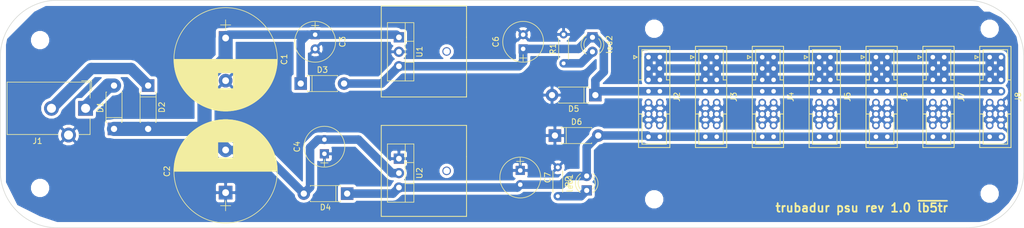
<source format=kicad_pcb>
(kicad_pcb (version 4) (host pcbnew 4.0.7-e2-6376~61~ubuntu18.04.1)
  (layers (0 F.Cu signal) (31 B.Cu signal) (34 B.Paste user) (35 F.Paste user) (36 B.SilkS user) (37 F.SilkS user) (38 B.Mask user) (39 F.Mask user) (44 Edge.Cuts user))
  (net 0 "")
  (net 1 +12L)
  (net 2 GND)
  (net 3 +12P)
  (net 4 +12C)
  (net 5 "Net-(D1-Pad2)")
  (net 6 "Net-(D2-Pad1)")
  (net 7 "Net-(J2-Pad1)")
  (net 8 "Net-(R2-Pad2)")
  (net 9 "Net-(R1-Pad1)")
  (module custom_trubadur:heatsink-bounding-box (layer F.Cu) (at 112 87.5 90)
    (fp_text reference REF** hide)
    (fp_text value heatsink-bounding-box hide)
    (pad 1 thru_hole circle (at -2.5 -3.5 90) (size 1.5 1.5) (drill 1.12) (layers *.Cu *.Mask))
  )
  (module Mounting_Holes:MountingHole_2.2mm_M2 (layer F.Cu) (at 145 95)
    (fp_text reference "" hide)
    (fp_text value MountingHole_2.2mm_M2 hide)
    (pad 1 np_thru_hole circle (at 0 0) (size 2.2 2.2) (drill 2.2) (layers *.Cu *.Mask))
  )
  (module Mounting_Holes:MountingHole_2.2mm_M2 (layer F.Cu) (at 145 95)
    (fp_text reference REF** hide)
    (fp_text value MountingHole_2.2mm_M2 hide)
    (pad 1 np_thru_hole circle (at 0 0) (size 2.2 2.2) (drill 2.2) (layers *.Cu *.Mask))
  )
  (module Mounting_Holes:MountingHole_2.2mm_M2 (layer F.Cu) (at 204 94)
    (fp_text reference REF** hide)
    (fp_text value MountingHole_2.2mm_M2 hide)
    (pad 1 np_thru_hole circle (at 0 0) (size 2.2 2.2) (drill 2.2) (layers *.Cu *.Mask))
  )
  (module Mounting_Holes:MountingHole_2.2mm_M2 (layer F.Cu) (at 204 65)
    (fp_text reference REF** hide)
    (fp_text value MountingHole_2.2mm_M2 hide)
    (pad 1 np_thru_hole circle (at 0 0) (size 2.2 2.2) (drill 2.2) (layers *.Cu *.Mask))
  )
  (module Mounting_Holes:MountingHole_2.2mm_M2 (layer F.Cu) (at 145 65)
    (fp_text reference REF** hide)
    (fp_text value MountingHole_2.2mm_M2)
    (pad 1 np_thru_hole circle (at 0 0) (size 2.2 2.2) (drill 2.2) (layers *.Cu *.Mask))
  )
  (module Mounting_Holes:MountingHole_2.2mm_M2 (layer F.Cu) (at 37 67)
    (fp_text reference REF** hide)
    (fp_text value MountingHole_2.2mm_M2 hide)
    (pad 1 np_thru_hole circle (at 0 0) (size 2.2 2.2) (drill 2.2) (layers *.Cu *.Mask))
  )
  (module Mounting_Holes:MountingHole_2.2mm_M2 (layer F.Cu) (at 37 93)
    (fp_text reference REF** hide)
    (fp_text value MountingHole_2.2mm_M2 hide)
    (pad 1 np_thru_hole circle (at 0 0) (size 2.2 2.2) (drill 2.2) (layers *.Cu *.Mask))
  )
  (module Capacitors_THT:CP_Radial_D18.0mm_P7.50mm (layer F.Cu) (at 69.628 66.636 270)
    (fp_text reference C1 (at 3.75 -10.31 270) (layer F.SilkS))
    (fp_text value 4700u/75V)
    (pad 1 thru_hole rect (at 0 0 270) (size 2.4 2.4) (drill 1.2) (layers *.Cu *.Mask) (net 1 +12L))
    (pad 2 thru_hole circle (at 7.5 0 270) (size 2.4 2.4) (drill 1.2) (layers *.Cu *.Mask) (net 2 GND))
  )
  (module Capacitors_THT:CP_Radial_D18.0mm_P7.50mm (layer F.Cu) (at 69.628 93.828 90)
    (fp_text reference C2 (at 3.75 -10.31 90) (layer F.SilkS))
    (fp_text value 4700u/75V)
    (pad 1 thru_hole rect (at 0 0 90) (size 2.4 2.4) (drill 1.2) (layers *.Cu *.Mask) (net 2 GND))
    (pad 2 thru_hole circle (at 7.5 0 90) (size 2.4 2.4) (drill 1.2) (layers *.Cu *.Mask) (net 1 +12L))
  )
  (module Capacitors_THT:CP_Radial_Tantal_D7.0mm_P2.50mm (layer F.Cu) (at 85.376 66.048 270)
    (fp_text reference C3 (at 1.25 -4.81 270) (layer F.SilkS))
    (fp_text value "1u TAN")
    (pad 1 thru_hole rect (at 0 0 270) (size 1.6 1.6) (drill 0.8) (layers *.Cu *.Mask) (net 1 +12L))
    (pad 2 thru_hole circle (at 2.5 0 270) (size 1.6 1.6) (drill 0.8) (layers *.Cu *.Mask) (net 2 GND))
  )
  (module Capacitors_THT:CP_Radial_Tantal_D7.0mm_P2.50mm (layer F.Cu) (at 87 87 90)
    (fp_text reference C4 (at 1.25 -4.81 90) (layer F.SilkS))
    (fp_text value "1u TAN")
    (pad 1 thru_hole rect (at 0 0 90) (size 1.6 1.6) (drill 0.8) (layers *.Cu *.Mask) (net 2 GND))
    (pad 2 thru_hole circle (at 2.5 0 90) (size 1.6 1.6) (drill 0.8) (layers *.Cu *.Mask) (net 1 +12L))
  )
  (module Capacitors_THT:CP_Radial_Tantal_D7.0mm_P2.50mm (layer F.Cu) (at 121.952 68.548 90)
    (fp_text reference C6 (at 1.25 -4.81 90) (layer F.SilkS))
    (fp_text value "1u TAN")
    (pad 1 thru_hole rect (at 0 0 90) (size 1.6 1.6) (drill 0.8) (layers *.Cu *.Mask) (net 3 +12P))
    (pad 2 thru_hole circle (at 2.5 0 90) (size 1.6 1.6) (drill 0.8) (layers *.Cu *.Mask) (net 2 GND))
  )
  (module Capacitors_THT:CP_Radial_Tantal_D7.0mm_P2.50mm (layer F.Cu) (at 121.444 89.924 270)
    (fp_text reference C7 (at 1.25 -4.81 270) (layer F.SilkS))
    (fp_text value "1u TAN")
    (pad 1 thru_hole rect (at 0 0 270) (size 1.6 1.6) (drill 0.8) (layers *.Cu *.Mask) (net 2 GND))
    (pad 2 thru_hole circle (at 2.5 0 270) (size 1.6 1.6) (drill 0.8) (layers *.Cu *.Mask) (net 4 +12C))
  )
  (module Diodes_THT:D_DO-41_SOD81_P7.62mm_Horizontal (layer F.Cu) (at 50 82.62 90)
    (fp_text reference D1 (at 3.81 -2.41 90) (layer F.SilkS))
    (fp_text value D)
    (pad 1 thru_hole rect (at 0 0 90) (size 2.2 2.2) (drill 1.1) (layers *.Cu *.Mask) (net 1 +12L))
    (pad 2 thru_hole oval (at 7.62 0 90) (size 2.2 2.2) (drill 1.1) (layers *.Cu *.Mask) (net 5 "Net-(D1-Pad2)"))
  )
  (module Diodes_THT:D_DO-41_SOD81_P7.62mm_Horizontal (layer F.Cu) (at 56 75 270)
    (fp_text reference D2 (at 3.81 -2.41 270) (layer F.SilkS))
    (fp_text value D)
    (pad 1 thru_hole rect (at 0 0 270) (size 2.2 2.2) (drill 1.1) (layers *.Cu *.Mask) (net 6 "Net-(D2-Pad1)"))
    (pad 2 thru_hole oval (at 7.62 0 270) (size 2.2 2.2) (drill 1.1) (layers *.Cu *.Mask) (net 1 +12L))
  )
  (module Diodes_THT:D_DO-41_SOD81_P7.62mm_Horizontal (layer F.Cu) (at 82.836 74.644)
    (fp_text reference D3 (at 3.81 -2.41) (layer F.SilkS))
    (fp_text value D)
    (pad 1 thru_hole rect (at 0 0) (size 2.2 2.2) (drill 1.1) (layers *.Cu *.Mask) (net 1 +12L))
    (pad 2 thru_hole oval (at 7.62 0) (size 2.2 2.2) (drill 1.1) (layers *.Cu *.Mask) (net 3 +12P))
  )
  (module Diodes_THT:D_DO-41_SOD81_P7.62mm_Horizontal (layer F.Cu) (at 91 94 180)
    (fp_text reference D4 (at 3.81 -2.41 180) (layer F.SilkS))
    (fp_text value D)
    (pad 1 thru_hole rect (at 0 0 180) (size 2.2 2.2) (drill 1.1) (layers *.Cu *.Mask) (net 4 +12C))
    (pad 2 thru_hole oval (at 7.62 0 180) (size 2.2 2.2) (drill 1.1) (layers *.Cu *.Mask) (net 1 +12L))
  )
  (module Diodes_THT:D_DO-41_SOD81_P7.62mm_Horizontal (layer F.Cu) (at 134.652 76.676 180)
    (fp_text reference D5 (at 3.81 -2.41 180) (layer F.SilkS))
    (fp_text value D)
    (pad 1 thru_hole rect (at 0 0 180) (size 2.2 2.2) (drill 1.1) (layers *.Cu *.Mask) (net 3 +12P))
    (pad 2 thru_hole oval (at 7.62 0 180) (size 2.2 2.2) (drill 1.1) (layers *.Cu *.Mask) (net 2 GND))
  )
  (module Diodes_THT:D_DO-41_SOD81_P7.62mm_Horizontal (layer F.Cu) (at 127.54 83.788)
    (fp_text reference D6 (at 3.81 -2.41) (layer F.SilkS))
    (fp_text value D)
    (pad 1 thru_hole rect (at 0 0) (size 2.2 2.2) (drill 1.1) (layers *.Cu *.Mask) (net 2 GND))
    (pad 2 thru_hole oval (at 7.62 0) (size 2.2 2.2) (drill 1.1) (layers *.Cu *.Mask) (net 4 +12C))
  )
  (module Connectors:Barrel_Jack_CUI_PJ-102AH (layer F.Cu) (at 45 79 270)
    (fp_text reference J1 (at 5.75 8.45 360) (layer F.SilkS))
    (fp_text value Jack-DC)
    (pad 1 thru_hole rect (at 0 0 270) (size 2.6 2.6) (drill 1.6) (layers *.Cu *.Mask) (net 5 "Net-(D1-Pad2)"))
    (pad 2 thru_hole circle (at 0 6 270) (size 2.6 2.6) (drill 1.6) (layers *.Cu *.Mask) (net 6 "Net-(D2-Pad1)"))
    (pad 3 thru_hole circle (at 4.7 3 270) (size 2.6 2.6) (drill 1.6) (layers *.Cu *.Mask) (net 2 GND))
  )
  (module custom_trubadur:JAE_LY20-16P-2T_2x08x2.00mm_Straight_V2 (layer F.Cu) (at 144 70 270)
    (fp_text reference J2 (at 7 -5 270) (layer F.SilkS))
    (fp_text value Conn_02x08_Odd_Even)
    (pad 1 thru_hole rect (at 0 0 270) (size 1.35 1.35) (drill 0.8) (layers *.Cu *.Mask) (net 7 "Net-(J2-Pad1)"))
    (pad 2 thru_hole circle (at 0 -2 270) (size 1.35 1.35) (drill 0.8) (layers *.Cu *.Mask) (net 7 "Net-(J2-Pad1)"))
    (pad 3 thru_hole circle (at 2 0 270) (size 1.35 1.35) (drill 0.8) (layers *.Cu *.Mask) (net 7 "Net-(J2-Pad1)"))
    (pad 4 thru_hole circle (at 2 -2 270) (size 1.35 1.35) (drill 0.8) (layers *.Cu *.Mask) (net 7 "Net-(J2-Pad1)"))
    (pad 5 thru_hole circle (at 4 0 270) (size 1.35 1.35) (drill 0.8) (layers *.Cu *.Mask) (net 7 "Net-(J2-Pad1)"))
    (pad 6 thru_hole circle (at 4 -2 270) (size 1.35 1.35) (drill 0.8) (layers *.Cu *.Mask) (net 7 "Net-(J2-Pad1)"))
    (pad 7 thru_hole circle (at 6 0 270) (size 1.35 1.35) (drill 0.8) (layers *.Cu *.Mask) (net 3 +12P))
    (pad 8 thru_hole circle (at 6 -2 270) (size 1.35 1.35) (drill 0.8) (layers *.Cu *.Mask) (net 3 +12P))
    (pad 9 thru_hole circle (at 8 0 270) (size 1.35 1.35) (drill 0.8) (layers *.Cu *.Mask) (net 2 GND))
    (pad 10 thru_hole circle (at 8 -2 270) (size 1.35 1.35) (drill 0.8) (layers *.Cu *.Mask) (net 2 GND))
    (pad 11 thru_hole circle (at 10 0 270) (size 1.35 1.35) (drill 0.8) (layers *.Cu *.Mask) (net 2 GND))
    (pad 12 thru_hole circle (at 10 -2 270) (size 1.35 1.35) (drill 0.8) (layers *.Cu *.Mask) (net 2 GND))
    (pad 13 thru_hole circle (at 12 0 270) (size 1.35 1.35) (drill 0.8) (layers *.Cu *.Mask) (net 2 GND))
    (pad 14 thru_hole circle (at 12 -2 270) (size 1.35 1.35) (drill 0.8) (layers *.Cu *.Mask) (net 2 GND))
    (pad 15 thru_hole circle (at 14 0 270) (size 1.35 1.35) (drill 0.8) (layers *.Cu *.Mask) (net 4 +12C))
    (pad 16 thru_hole circle (at 14 -2 270) (size 1.35 1.35) (drill 0.8) (layers *.Cu *.Mask) (net 4 +12C))
  )
  (module custom_trubadur:JAE_LY20-16P-2T_2x08x2.00mm_Straight_V2 (layer F.Cu) (at 154 70 270)
    (fp_text reference J3 (at 7 -5 270) (layer F.SilkS))
    (fp_text value Conn_02x08_Odd_Even)
    (pad 1 thru_hole rect (at 0 0 270) (size 1.35 1.35) (drill 0.8) (layers *.Cu *.Mask) (net 7 "Net-(J2-Pad1)"))
    (pad 2 thru_hole circle (at 0 -2 270) (size 1.35 1.35) (drill 0.8) (layers *.Cu *.Mask) (net 7 "Net-(J2-Pad1)"))
    (pad 3 thru_hole circle (at 2 0 270) (size 1.35 1.35) (drill 0.8) (layers *.Cu *.Mask) (net 7 "Net-(J2-Pad1)"))
    (pad 4 thru_hole circle (at 2 -2 270) (size 1.35 1.35) (drill 0.8) (layers *.Cu *.Mask) (net 7 "Net-(J2-Pad1)"))
    (pad 5 thru_hole circle (at 4 0 270) (size 1.35 1.35) (drill 0.8) (layers *.Cu *.Mask) (net 7 "Net-(J2-Pad1)"))
    (pad 6 thru_hole circle (at 4 -2 270) (size 1.35 1.35) (drill 0.8) (layers *.Cu *.Mask) (net 7 "Net-(J2-Pad1)"))
    (pad 7 thru_hole circle (at 6 0 270) (size 1.35 1.35) (drill 0.8) (layers *.Cu *.Mask) (net 3 +12P))
    (pad 8 thru_hole circle (at 6 -2 270) (size 1.35 1.35) (drill 0.8) (layers *.Cu *.Mask) (net 3 +12P))
    (pad 9 thru_hole circle (at 8 0 270) (size 1.35 1.35) (drill 0.8) (layers *.Cu *.Mask) (net 2 GND))
    (pad 10 thru_hole circle (at 8 -2 270) (size 1.35 1.35) (drill 0.8) (layers *.Cu *.Mask) (net 2 GND))
    (pad 11 thru_hole circle (at 10 0 270) (size 1.35 1.35) (drill 0.8) (layers *.Cu *.Mask) (net 2 GND))
    (pad 12 thru_hole circle (at 10 -2 270) (size 1.35 1.35) (drill 0.8) (layers *.Cu *.Mask) (net 2 GND))
    (pad 13 thru_hole circle (at 12 0 270) (size 1.35 1.35) (drill 0.8) (layers *.Cu *.Mask) (net 2 GND))
    (pad 14 thru_hole circle (at 12 -2 270) (size 1.35 1.35) (drill 0.8) (layers *.Cu *.Mask) (net 2 GND))
    (pad 15 thru_hole circle (at 14 0 270) (size 1.35 1.35) (drill 0.8) (layers *.Cu *.Mask) (net 4 +12C))
    (pad 16 thru_hole circle (at 14 -2 270) (size 1.35 1.35) (drill 0.8) (layers *.Cu *.Mask) (net 4 +12C))
  )
  (module custom_trubadur:JAE_LY20-16P-2T_2x08x2.00mm_Straight_V2 (layer F.Cu) (at 164 70 270)
    (fp_text reference J4 (at 7 -5 270) (layer F.SilkS))
    (fp_text value Conn_02x08_Odd_Even)
    (pad 1 thru_hole rect (at 0 0 270) (size 1.35 1.35) (drill 0.8) (layers *.Cu *.Mask) (net 7 "Net-(J2-Pad1)"))
    (pad 2 thru_hole circle (at 0 -2 270) (size 1.35 1.35) (drill 0.8) (layers *.Cu *.Mask) (net 7 "Net-(J2-Pad1)"))
    (pad 3 thru_hole circle (at 2 0 270) (size 1.35 1.35) (drill 0.8) (layers *.Cu *.Mask) (net 7 "Net-(J2-Pad1)"))
    (pad 4 thru_hole circle (at 2 -2 270) (size 1.35 1.35) (drill 0.8) (layers *.Cu *.Mask) (net 7 "Net-(J2-Pad1)"))
    (pad 5 thru_hole circle (at 4 0 270) (size 1.35 1.35) (drill 0.8) (layers *.Cu *.Mask) (net 7 "Net-(J2-Pad1)"))
    (pad 6 thru_hole circle (at 4 -2 270) (size 1.35 1.35) (drill 0.8) (layers *.Cu *.Mask) (net 7 "Net-(J2-Pad1)"))
    (pad 7 thru_hole circle (at 6 0 270) (size 1.35 1.35) (drill 0.8) (layers *.Cu *.Mask) (net 3 +12P))
    (pad 8 thru_hole circle (at 6 -2 270) (size 1.35 1.35) (drill 0.8) (layers *.Cu *.Mask) (net 3 +12P))
    (pad 9 thru_hole circle (at 8 0 270) (size 1.35 1.35) (drill 0.8) (layers *.Cu *.Mask) (net 2 GND))
    (pad 10 thru_hole circle (at 8 -2 270) (size 1.35 1.35) (drill 0.8) (layers *.Cu *.Mask) (net 2 GND))
    (pad 11 thru_hole circle (at 10 0 270) (size 1.35 1.35) (drill 0.8) (layers *.Cu *.Mask) (net 2 GND))
    (pad 12 thru_hole circle (at 10 -2 270) (size 1.35 1.35) (drill 0.8) (layers *.Cu *.Mask) (net 2 GND))
    (pad 13 thru_hole circle (at 12 0 270) (size 1.35 1.35) (drill 0.8) (layers *.Cu *.Mask) (net 2 GND))
    (pad 14 thru_hole circle (at 12 -2 270) (size 1.35 1.35) (drill 0.8) (layers *.Cu *.Mask) (net 2 GND))
    (pad 15 thru_hole circle (at 14 0 270) (size 1.35 1.35) (drill 0.8) (layers *.Cu *.Mask) (net 4 +12C))
    (pad 16 thru_hole circle (at 14 -2 270) (size 1.35 1.35) (drill 0.8) (layers *.Cu *.Mask) (net 4 +12C))
  )
  (module custom_trubadur:JAE_LY20-16P-2T_2x08x2.00mm_Straight_V2 (layer F.Cu) (at 174 70 270)
    (fp_text reference J5 (at 7 -5 270) (layer F.SilkS))
    (fp_text value Conn_02x08_Odd_Even)
    (pad 1 thru_hole rect (at 0 0 270) (size 1.35 1.35) (drill 0.8) (layers *.Cu *.Mask) (net 7 "Net-(J2-Pad1)"))
    (pad 2 thru_hole circle (at 0 -2 270) (size 1.35 1.35) (drill 0.8) (layers *.Cu *.Mask) (net 7 "Net-(J2-Pad1)"))
    (pad 3 thru_hole circle (at 2 0 270) (size 1.35 1.35) (drill 0.8) (layers *.Cu *.Mask) (net 7 "Net-(J2-Pad1)"))
    (pad 4 thru_hole circle (at 2 -2 270) (size 1.35 1.35) (drill 0.8) (layers *.Cu *.Mask) (net 7 "Net-(J2-Pad1)"))
    (pad 5 thru_hole circle (at 4 0 270) (size 1.35 1.35) (drill 0.8) (layers *.Cu *.Mask) (net 7 "Net-(J2-Pad1)"))
    (pad 6 thru_hole circle (at 4 -2 270) (size 1.35 1.35) (drill 0.8) (layers *.Cu *.Mask) (net 7 "Net-(J2-Pad1)"))
    (pad 7 thru_hole circle (at 6 0 270) (size 1.35 1.35) (drill 0.8) (layers *.Cu *.Mask) (net 3 +12P))
    (pad 8 thru_hole circle (at 6 -2 270) (size 1.35 1.35) (drill 0.8) (layers *.Cu *.Mask) (net 3 +12P))
    (pad 9 thru_hole circle (at 8 0 270) (size 1.35 1.35) (drill 0.8) (layers *.Cu *.Mask) (net 2 GND))
    (pad 10 thru_hole circle (at 8 -2 270) (size 1.35 1.35) (drill 0.8) (layers *.Cu *.Mask) (net 2 GND))
    (pad 11 thru_hole circle (at 10 0 270) (size 1.35 1.35) (drill 0.8) (layers *.Cu *.Mask) (net 2 GND))
    (pad 12 thru_hole circle (at 10 -2 270) (size 1.35 1.35) (drill 0.8) (layers *.Cu *.Mask) (net 2 GND))
    (pad 13 thru_hole circle (at 12 0 270) (size 1.35 1.35) (drill 0.8) (layers *.Cu *.Mask) (net 2 GND))
    (pad 14 thru_hole circle (at 12 -2 270) (size 1.35 1.35) (drill 0.8) (layers *.Cu *.Mask) (net 2 GND))
    (pad 15 thru_hole circle (at 14 0 270) (size 1.35 1.35) (drill 0.8) (layers *.Cu *.Mask) (net 4 +12C))
    (pad 16 thru_hole circle (at 14 -2 270) (size 1.35 1.35) (drill 0.8) (layers *.Cu *.Mask) (net 4 +12C))
  )
  (module custom_trubadur:JAE_LY20-16P-2T_2x08x2.00mm_Straight_V2 (layer F.Cu) (at 184 70 270)
    (fp_text reference J6 (at 7 -5 270) (layer F.SilkS))
    (fp_text value Conn_02x08_Odd_Even)
    (pad 1 thru_hole rect (at 0 0 270) (size 1.35 1.35) (drill 0.8) (layers *.Cu *.Mask) (net 7 "Net-(J2-Pad1)"))
    (pad 2 thru_hole circle (at 0 -2 270) (size 1.35 1.35) (drill 0.8) (layers *.Cu *.Mask) (net 7 "Net-(J2-Pad1)"))
    (pad 3 thru_hole circle (at 2 0 270) (size 1.35 1.35) (drill 0.8) (layers *.Cu *.Mask) (net 7 "Net-(J2-Pad1)"))
    (pad 4 thru_hole circle (at 2 -2 270) (size 1.35 1.35) (drill 0.8) (layers *.Cu *.Mask) (net 7 "Net-(J2-Pad1)"))
    (pad 5 thru_hole circle (at 4 0 270) (size 1.35 1.35) (drill 0.8) (layers *.Cu *.Mask) (net 7 "Net-(J2-Pad1)"))
    (pad 6 thru_hole circle (at 4 -2 270) (size 1.35 1.35) (drill 0.8) (layers *.Cu *.Mask) (net 7 "Net-(J2-Pad1)"))
    (pad 7 thru_hole circle (at 6 0 270) (size 1.35 1.35) (drill 0.8) (layers *.Cu *.Mask) (net 3 +12P))
    (pad 8 thru_hole circle (at 6 -2 270) (size 1.35 1.35) (drill 0.8) (layers *.Cu *.Mask) (net 3 +12P))
    (pad 9 thru_hole circle (at 8 0 270) (size 1.35 1.35) (drill 0.8) (layers *.Cu *.Mask) (net 2 GND))
    (pad 10 thru_hole circle (at 8 -2 270) (size 1.35 1.35) (drill 0.8) (layers *.Cu *.Mask) (net 2 GND))
    (pad 11 thru_hole circle (at 10 0 270) (size 1.35 1.35) (drill 0.8) (layers *.Cu *.Mask) (net 2 GND))
    (pad 12 thru_hole circle (at 10 -2 270) (size 1.35 1.35) (drill 0.8) (layers *.Cu *.Mask) (net 2 GND))
    (pad 13 thru_hole circle (at 12 0 270) (size 1.35 1.35) (drill 0.8) (layers *.Cu *.Mask) (net 2 GND))
    (pad 14 thru_hole circle (at 12 -2 270) (size 1.35 1.35) (drill 0.8) (layers *.Cu *.Mask) (net 2 GND))
    (pad 15 thru_hole circle (at 14 0 270) (size 1.35 1.35) (drill 0.8) (layers *.Cu *.Mask) (net 4 +12C))
    (pad 16 thru_hole circle (at 14 -2 270) (size 1.35 1.35) (drill 0.8) (layers *.Cu *.Mask) (net 4 +12C))
  )
  (module custom_trubadur:JAE_LY20-16P-2T_2x08x2.00mm_Straight_V2 (layer F.Cu) (at 194 70 270)
    (fp_text reference J7 (at 7 -5 270) (layer F.SilkS))
    (fp_text value Conn_02x08_Odd_Even)
    (pad 1 thru_hole rect (at 0 0 270) (size 1.35 1.35) (drill 0.8) (layers *.Cu *.Mask) (net 7 "Net-(J2-Pad1)"))
    (pad 2 thru_hole circle (at 0 -2 270) (size 1.35 1.35) (drill 0.8) (layers *.Cu *.Mask) (net 7 "Net-(J2-Pad1)"))
    (pad 3 thru_hole circle (at 2 0 270) (size 1.35 1.35) (drill 0.8) (layers *.Cu *.Mask) (net 7 "Net-(J2-Pad1)"))
    (pad 4 thru_hole circle (at 2 -2 270) (size 1.35 1.35) (drill 0.8) (layers *.Cu *.Mask) (net 7 "Net-(J2-Pad1)"))
    (pad 5 thru_hole circle (at 4 0 270) (size 1.35 1.35) (drill 0.8) (layers *.Cu *.Mask) (net 7 "Net-(J2-Pad1)"))
    (pad 6 thru_hole circle (at 4 -2 270) (size 1.35 1.35) (drill 0.8) (layers *.Cu *.Mask) (net 7 "Net-(J2-Pad1)"))
    (pad 7 thru_hole circle (at 6 0 270) (size 1.35 1.35) (drill 0.8) (layers *.Cu *.Mask) (net 3 +12P))
    (pad 8 thru_hole circle (at 6 -2 270) (size 1.35 1.35) (drill 0.8) (layers *.Cu *.Mask) (net 3 +12P))
    (pad 9 thru_hole circle (at 8 0 270) (size 1.35 1.35) (drill 0.8) (layers *.Cu *.Mask) (net 2 GND))
    (pad 10 thru_hole circle (at 8 -2 270) (size 1.35 1.35) (drill 0.8) (layers *.Cu *.Mask) (net 2 GND))
    (pad 11 thru_hole circle (at 10 0 270) (size 1.35 1.35) (drill 0.8) (layers *.Cu *.Mask) (net 2 GND))
    (pad 12 thru_hole circle (at 10 -2 270) (size 1.35 1.35) (drill 0.8) (layers *.Cu *.Mask) (net 2 GND))
    (pad 13 thru_hole circle (at 12 0 270) (size 1.35 1.35) (drill 0.8) (layers *.Cu *.Mask) (net 2 GND))
    (pad 14 thru_hole circle (at 12 -2 270) (size 1.35 1.35) (drill 0.8) (layers *.Cu *.Mask) (net 2 GND))
    (pad 15 thru_hole circle (at 14 0 270) (size 1.35 1.35) (drill 0.8) (layers *.Cu *.Mask) (net 4 +12C))
    (pad 16 thru_hole circle (at 14 -2 270) (size 1.35 1.35) (drill 0.8) (layers *.Cu *.Mask) (net 4 +12C))
  )
  (module custom_trubadur:JAE_LY20-16P-2T_2x08x2.00mm_Straight_V2 (layer F.Cu) (at 204 70 270)
    (fp_text reference J8 (at 7 -5 270) (layer F.SilkS))
    (fp_text value Conn_02x08_Odd_Even)
    (pad 1 thru_hole rect (at 0 0 270) (size 1.35 1.35) (drill 0.8) (layers *.Cu *.Mask) (net 7 "Net-(J2-Pad1)"))
    (pad 2 thru_hole circle (at 0 -2 270) (size 1.35 1.35) (drill 0.8) (layers *.Cu *.Mask) (net 7 "Net-(J2-Pad1)"))
    (pad 3 thru_hole circle (at 2 0 270) (size 1.35 1.35) (drill 0.8) (layers *.Cu *.Mask) (net 7 "Net-(J2-Pad1)"))
    (pad 4 thru_hole circle (at 2 -2 270) (size 1.35 1.35) (drill 0.8) (layers *.Cu *.Mask) (net 7 "Net-(J2-Pad1)"))
    (pad 5 thru_hole circle (at 4 0 270) (size 1.35 1.35) (drill 0.8) (layers *.Cu *.Mask) (net 7 "Net-(J2-Pad1)"))
    (pad 6 thru_hole circle (at 4 -2 270) (size 1.35 1.35) (drill 0.8) (layers *.Cu *.Mask) (net 7 "Net-(J2-Pad1)"))
    (pad 7 thru_hole circle (at 6 0 270) (size 1.35 1.35) (drill 0.8) (layers *.Cu *.Mask) (net 3 +12P))
    (pad 8 thru_hole circle (at 6 -2 270) (size 1.35 1.35) (drill 0.8) (layers *.Cu *.Mask) (net 3 +12P))
    (pad 9 thru_hole circle (at 8 0 270) (size 1.35 1.35) (drill 0.8) (layers *.Cu *.Mask) (net 2 GND))
    (pad 10 thru_hole circle (at 8 -2 270) (size 1.35 1.35) (drill 0.8) (layers *.Cu *.Mask) (net 2 GND))
    (pad 11 thru_hole circle (at 10 0 270) (size 1.35 1.35) (drill 0.8) (layers *.Cu *.Mask) (net 2 GND))
    (pad 12 thru_hole circle (at 10 -2 270) (size 1.35 1.35) (drill 0.8) (layers *.Cu *.Mask) (net 2 GND))
    (pad 13 thru_hole circle (at 12 0 270) (size 1.35 1.35) (drill 0.8) (layers *.Cu *.Mask) (net 2 GND))
    (pad 14 thru_hole circle (at 12 -2 270) (size 1.35 1.35) (drill 0.8) (layers *.Cu *.Mask) (net 2 GND))
    (pad 15 thru_hole circle (at 14 0 270) (size 1.35 1.35) (drill 0.8) (layers *.Cu *.Mask) (net 4 +12C))
    (pad 16 thru_hole circle (at 14 -2 270) (size 1.35 1.35) (drill 0.8) (layers *.Cu *.Mask) (net 4 +12C))
  )
  (module LEDs:LED_D3.0mm (layer F.Cu) (at 133.128 93.44 90)
    (fp_text reference led1 (at 1.27 -2.96 90) (layer F.SilkS))
    (fp_text value LED)
    (pad 1 thru_hole rect (at 0 0 90) (size 1.8 1.8) (drill 0.9) (layers *.Cu *.Mask) (net 8 "Net-(R2-Pad2)"))
    (pad 2 thru_hole circle (at 2.54 0 90) (size 1.8 1.8) (drill 0.9) (layers *.Cu *.Mask) (net 4 +12C))
  )
  (module LEDs:LED_D3.0mm (layer F.Cu) (at 134.144 66.516 270)
    (fp_text reference led2 (at 1.27 -2.96 270) (layer F.SilkS))
    (fp_text value LED)
    (pad 1 thru_hole rect (at 0 0 270) (size 1.8 1.8) (drill 0.9) (layers *.Cu *.Mask) (net 3 +12P))
    (pad 2 thru_hole circle (at 2.54 0 270) (size 1.8 1.8) (drill 0.9) (layers *.Cu *.Mask) (net 9 "Net-(R1-Pad1)"))
  )
  (module Resistors_THT:R_Axial_DIN0204_L3.6mm_D1.6mm_P5.08mm_Horizontal (layer F.Cu) (at 129.064 71.088 90)
    (fp_text reference R1 (at 2.54 -1.86 90) (layer F.SilkS))
    (fp_text value R)
    (pad 1 thru_hole circle (at 0 0 90) (size 1.4 1.4) (drill 0.7) (layers *.Cu *.Mask) (net 9 "Net-(R1-Pad1)"))
    (pad 2 thru_hole oval (at 5.08 0 90) (size 1.4 1.4) (drill 0.7) (layers *.Cu *.Mask) (net 2 GND))
  )
  (module Resistors_THT:R_Axial_DIN0204_L3.6mm_D1.6mm_P5.08mm_Horizontal (layer F.Cu) (at 128.048 89.376 270)
    (fp_text reference R2 (at 2.54 -1.86 270) (layer F.SilkS))
    (fp_text value R)
    (pad 1 thru_hole circle (at 0 0 270) (size 1.4 1.4) (drill 0.7) (layers *.Cu *.Mask) (net 2 GND))
    (pad 2 thru_hole oval (at 5.08 0 270) (size 1.4 1.4) (drill 0.7) (layers *.Cu *.Mask) (net 8 "Net-(R2-Pad2)"))
  )
  (module TO_SOT_Packages_THT:TO-220-3_Vertical (layer F.Cu) (at 100.108 66.516 270)
    (fp_text reference U1 (at 2.54 -3.62 270) (layer F.SilkS))
    (fp_text value LM7812_TO220)
    (pad 1 thru_hole rect (at 0 0 270) (size 1.8 1.8) (drill 1) (layers *.Cu *.Mask) (net 1 +12L))
    (pad 2 thru_hole oval (at 2.54 0 270) (size 1.8 1.8) (drill 1) (layers *.Cu *.Mask) (net 2 GND))
    (pad 3 thru_hole oval (at 5.08 0 270) (size 1.8 1.8) (drill 1) (layers *.Cu *.Mask) (net 3 +12P))
  )
  (module TO_SOT_Packages_THT:TO-220-3_Vertical (layer F.Cu) (at 100.108 87.852 270)
    (fp_text reference U2 (at 2.54 -3.62 270) (layer F.SilkS))
    (fp_text value LM7912_TO220)
    (pad 1 thru_hole rect (at 0 0 270) (size 1.8 1.8) (drill 1) (layers *.Cu *.Mask) (net 2 GND))
    (pad 2 thru_hole oval (at 2.54 0 270) (size 1.8 1.8) (drill 1) (layers *.Cu *.Mask) (net 1 +12L))
    (pad 3 thru_hole oval (at 5.08 0 270) (size 1.8 1.8) (drill 1) (layers *.Cu *.Mask) (net 4 +12C))
  )
  (module custom_trubadur:heatsink-bounding-box (layer F.Cu) (at 112 66.5 90)
    (fp_text reference REF** hide)
    (fp_text value heatsink-bounding-box hide)
    (pad 1 thru_hole circle (at -2.5 -3.5 90) (size 1.5 1.5) (drill 1.12) (layers *.Cu *.Mask))
  )
  (gr_text "trubadur psu rev 1.0 ~lb5tr" (at 181.5 96.5) (layer F.SilkS) (effects (font (size 1.5 1.5) (thickness 0.3))))
  (gr_arc (start 200 70) (end 200 60) (angle 90) (layer Edge.Cuts) (width 0.1))
  (gr_arc (start 200 90) (end 210 90) (angle 90) (layer Edge.Cuts) (width 0.1))
  (gr_arc (start 40 90) (end 40 100) (angle 90) (layer Edge.Cuts) (width 0.1))
  (gr_arc (start 40 70) (end 30 70) (angle 90) (layer Edge.Cuts) (width 0.1))
  (gr_line (start 30 90) (end 30 70) (layer Edge.Cuts) (width 0.1))
  (gr_line (start 200 100) (end 40 100) (layer Edge.Cuts) (width 0.1))
  (gr_line (start 210 70) (end 210 90) (layer Edge.Cuts) (width 0.1))
  (gr_line (start 40 60) (end 200 60) (layer Edge.Cuts) (width 0.1))
  (segment (start 87 84.5) (end 92.975998 84.5) (width 1.5) (layer B.Cu) (net 1))
  (segment (start 92.975998 84.5) (end 98.867998 90.392) (width 1.5) (layer B.Cu) (net 1))
  (segment (start 98.867998 90.392) (end 100.108 90.392) (width 1.5) (layer B.Cu) (net 1))
  (segment (start 83.38 94) (end 84.479999 92.900001) (width 1.5) (layer B.Cu) (net 1))
  (segment (start 84.479999 92.900001) (end 84.479999 85.888631) (width 1.5) (layer B.Cu) (net 1))
  (segment (start 84.479999 85.888631) (end 85.86863 84.5) (width 1.5) (layer B.Cu) (net 1))
  (segment (start 85.86863 84.5) (end 87 84.5) (width 1.5) (layer B.Cu) (net 1))
  (segment (start 69.628 86.328) (end 75.708 86.328) (width 1.5) (layer B.Cu) (net 1))
  (segment (start 75.708 86.328) (end 83.38 94) (width 1.5) (layer B.Cu) (net 1))
  (segment (start 85.376 66.048) (end 84 66.048) (width 1.5) (layer B.Cu) (net 1))
  (segment (start 84 66.048) (end 70.216 66.048) (width 1.5) (layer B.Cu) (net 1))
  (segment (start 82.836 74.644) (end 82.836 67.212) (width 1.5) (layer B.Cu) (net 1))
  (segment (start 82.836 67.212) (end 84 66.048) (width 1.5) (layer B.Cu) (net 1))
  (segment (start 85.376 66.048) (end 99.64 66.048) (width 1.5) (layer B.Cu) (net 1))
  (segment (start 99.64 66.048) (end 100.108 66.516) (width 1.5) (layer B.Cu) (net 1))
  (segment (start 70.216 66.048) (end 69.628 66.636) (width 1.5) (layer B.Cu) (net 1))
  (segment (start 69.628 66.636) (end 69.628 70.336) (width 2.5) (layer B.Cu) (net 1))
  (segment (start 69.628 70.336) (end 65.92 74.044) (width 2.5) (layer B.Cu) (net 1))
  (segment (start 65.92 74.044) (end 65.92 82.62) (width 2.5) (layer B.Cu) (net 1))
  (segment (start 56 82.62) (end 65.92 82.62) (width 2.5) (layer B.Cu) (net 1))
  (segment (start 65.92 82.62) (end 69.628 86.328) (width 2.5) (layer B.Cu) (net 1))
  (segment (start 50 82.62) (end 56 82.62) (width 2.5) (layer B.Cu) (net 1))
  (segment (start 184 76) (end 206 76) (width 1.5) (layer B.Cu) (net 3))
  (segment (start 134.652 76.676) (end 134.652 74.076) (width 1.5) (layer B.Cu) (net 3))
  (segment (start 134.652 74.076) (end 136.144001 72.583999) (width 1.5) (layer B.Cu) (net 3))
  (segment (start 136.144001 72.583999) (end 136.144001 68.095999) (width 1.5) (layer B.Cu) (net 3))
  (segment (start 136.144001 68.095999) (end 134.564002 66.516) (width 1.5) (layer B.Cu) (net 3))
  (segment (start 134.564002 66.516) (end 134.144 66.516) (width 1.5) (layer B.Cu) (net 3))
  (segment (start 121.952 68.548) (end 131.691998 68.548) (width 1.5) (layer B.Cu) (net 3))
  (segment (start 131.691998 68.548) (end 133.723998 66.516) (width 1.5) (layer B.Cu) (net 3))
  (segment (start 133.723998 66.516) (end 134.144 66.516) (width 1.5) (layer B.Cu) (net 3))
  (segment (start 100.108 71.596) (end 121.204 71.596) (width 1.5) (layer B.Cu) (net 3))
  (segment (start 121.204 71.596) (end 121.952 70.848) (width 1.5) (layer B.Cu) (net 3))
  (segment (start 121.952 70.848) (end 121.952 68.548) (width 1.5) (layer B.Cu) (net 3))
  (segment (start 90.456 74.644) (end 97.06 74.644) (width 1.5) (layer B.Cu) (net 3))
  (segment (start 97.06 74.644) (end 100.108 71.596) (width 1.5) (layer B.Cu) (net 3))
  (segment (start 144 76) (end 184 76) (width 1.5) (layer B.Cu) (net 3))
  (segment (start 134.652 76.676) (end 135.328 76) (width 1.5) (layer B.Cu) (net 3))
  (segment (start 135.328 76) (end 144 76) (width 1.5) (layer B.Cu) (net 3))
  (segment (start 100.108 92.932) (end 120.936 92.932) (width 1.5) (layer B.Cu) (net 4))
  (segment (start 120.936 92.932) (end 121.444 92.424) (width 1.5) (layer B.Cu) (net 4))
  (segment (start 91 94) (end 99.04 94) (width 1.5) (layer B.Cu) (net 4))
  (segment (start 99.04 94) (end 100.108 92.932) (width 1.5) (layer B.Cu) (net 4))
  (segment (start 133.128 90.9) (end 133.128 85.82) (width 1.5) (layer B.Cu) (net 4))
  (segment (start 133.128 85.82) (end 135.16 83.788) (width 1.5) (layer B.Cu) (net 4))
  (segment (start 121.444 92.424) (end 128.680002 92.424) (width 1.5) (layer B.Cu) (net 4))
  (segment (start 128.680002 92.424) (end 130.204002 90.9) (width 1.5) (layer B.Cu) (net 4))
  (segment (start 130.204002 90.9) (end 131.855208 90.9) (width 1.5) (layer B.Cu) (net 4))
  (segment (start 131.855208 90.9) (end 133.128 90.9) (width 1.5) (layer B.Cu) (net 4))
  (segment (start 156 84) (end 206 84) (width 1.5) (layer B.Cu) (net 4))
  (segment (start 154 84) (end 156 84) (width 1.5) (layer B.Cu) (net 4))
  (segment (start 146 84) (end 154 84) (width 1.5) (layer B.Cu) (net 4))
  (segment (start 144 84) (end 146 84) (width 1.5) (layer B.Cu) (net 4))
  (segment (start 135.16 83.788) (end 143.788 83.788) (width 1.5) (layer B.Cu) (net 4))
  (segment (start 143.788 83.788) (end 144 84) (width 1.5) (layer B.Cu) (net 4))
  (segment (start 50 75) (end 49 75) (width 2.5) (layer B.Cu) (net 5))
  (segment (start 49 75) (end 45 79) (width 2.5) (layer B.Cu) (net 5))
  (segment (start 39 79) (end 46 72) (width 2) (layer B.Cu) (net 6))
  (segment (start 46 72) (end 53 72) (width 2) (layer B.Cu) (net 6))
  (segment (start 53 72) (end 56 75) (width 2) (layer B.Cu) (net 6))
  (segment (start 204 70) (end 204 74) (width 1.5) (layer B.Cu) (net 7))
  (segment (start 196 70) (end 196 74) (width 1.5) (layer B.Cu) (net 7))
  (segment (start 194 70) (end 194 74) (width 1.5) (layer B.Cu) (net 7))
  (segment (start 186 70) (end 186 74) (width 1.5) (layer B.Cu) (net 7))
  (segment (start 184 70) (end 184 74) (width 1.5) (layer B.Cu) (net 7))
  (segment (start 176 70) (end 176 74) (width 1.5) (layer B.Cu) (net 7))
  (segment (start 174 70) (end 174 74) (width 1.5) (layer B.Cu) (net 7))
  (segment (start 166 70) (end 166 74) (width 1.5) (layer B.Cu) (net 7))
  (segment (start 164 70) (end 164 74) (width 1.5) (layer B.Cu) (net 7))
  (segment (start 156 70) (end 156 74) (width 1.5) (layer B.Cu) (net 7))
  (segment (start 154 74) (end 154 70) (width 1.5) (layer B.Cu) (net 7))
  (segment (start 146 74) (end 146 70) (width 1.5) (layer B.Cu) (net 7))
  (segment (start 206 74) (end 206 70) (width 1.5) (layer B.Cu) (net 7))
  (segment (start 144 74) (end 144 70) (width 1.5) (layer B.Cu) (net 7))
  (segment (start 144 74) (end 206 74) (width 1.5) (layer B.Cu) (net 7))
  (segment (start 206 72) (end 144 72) (width 1.5) (layer B.Cu) (net 7))
  (segment (start 144 70) (end 164 70) (width 1.5) (layer B.Cu) (net 7))
  (segment (start 164 70) (end 206 70) (width 1.5) (layer B.Cu) (net 7))
  (segment (start 128.048 94.456) (end 132.112 94.456) (width 1.5) (layer B.Cu) (net 8))
  (segment (start 132.112 94.456) (end 133.128 93.44) (width 1.5) (layer B.Cu) (net 8))
  (segment (start 129.064 71.088) (end 132.112 71.088) (width 1.5) (layer B.Cu) (net 9))
  (segment (start 132.112 71.088) (end 134.144 69.056) (width 1.5) (layer B.Cu) (net 9))
  (zone (net 2) (net_name GND) (layer B.Cu) (connect_pads (clearance 0.508)) (min_thickness 0.254) (fill yes (arc_segments 16) (thermal_gap 0.508) (thermal_bridge_width 0.508))
    (polygon (pts (xy 33 65) (xy 34 64) (xy 35 63) (xy 36 62) (xy 38 61) (xy 40 61) (xy 201 61) (xy 202 61) (xy 203 62) (xy 204 62) (xy 206 63) (xy 208 65) (xy 209 67) (xy 209 68) (xy 209 72) (xy 209 93) (xy 208 95) (xy 207 96) (xy 206 97) (xy 205 98) (xy 204 99) (xy 203 99) (xy 202 99) (xy 200 99) (xy 40 99) (xy 37 98) (xy 35 97) (xy 33 96) (xy 32 94) (xy 31 92) (xy 31 90) (xy 31 67) (xy 32 66)))
  )
)
</source>
